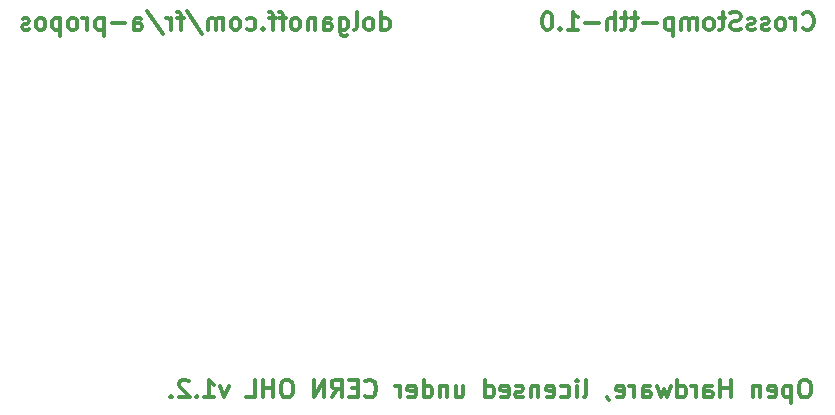
<source format=gbo>
%FSLAX46Y46*%
G04 Gerber Fmt 4.6, Leading zero omitted, Abs format (unit mm)*
G04 Created by KiCad (PCBNEW (2014-09-19 BZR 5142)-product) date 11/10/2014 22:22:43*
%MOMM*%
G01*
G04 APERTURE LIST*
%ADD10C,0.100000*%
%ADD11C,0.300000*%
%ADD12C,1.778000*%
%ADD13R,1.778000X1.778000*%
%ADD14R,2.032000X2.032000*%
%ADD15O,2.032000X2.032000*%
%ADD16R,2.235200X2.235200*%
%ADD17R,1.727200X2.032000*%
%ADD18O,1.727200X2.032000*%
%ADD19R,2.032000X1.727200*%
%ADD20O,2.032000X1.727200*%
%ADD21R,2.286000X1.778000*%
%ADD22O,2.286000X1.778000*%
%ADD23O,1.998980X2.999740*%
%ADD24O,2.999740X1.998980*%
G04 APERTURE END LIST*
D10*
D11*
X211535000Y-110303571D02*
X211249286Y-110303571D01*
X211106428Y-110375000D01*
X210963571Y-110517857D01*
X210892143Y-110803571D01*
X210892143Y-111303571D01*
X210963571Y-111589286D01*
X211106428Y-111732143D01*
X211249286Y-111803571D01*
X211535000Y-111803571D01*
X211677857Y-111732143D01*
X211820714Y-111589286D01*
X211892143Y-111303571D01*
X211892143Y-110803571D01*
X211820714Y-110517857D01*
X211677857Y-110375000D01*
X211535000Y-110303571D01*
X210249285Y-110803571D02*
X210249285Y-112303571D01*
X210249285Y-110875000D02*
X210106428Y-110803571D01*
X209820714Y-110803571D01*
X209677857Y-110875000D01*
X209606428Y-110946429D01*
X209534999Y-111089286D01*
X209534999Y-111517857D01*
X209606428Y-111660714D01*
X209677857Y-111732143D01*
X209820714Y-111803571D01*
X210106428Y-111803571D01*
X210249285Y-111732143D01*
X208320714Y-111732143D02*
X208463571Y-111803571D01*
X208749285Y-111803571D01*
X208892142Y-111732143D01*
X208963571Y-111589286D01*
X208963571Y-111017857D01*
X208892142Y-110875000D01*
X208749285Y-110803571D01*
X208463571Y-110803571D01*
X208320714Y-110875000D01*
X208249285Y-111017857D01*
X208249285Y-111160714D01*
X208963571Y-111303571D01*
X207606428Y-110803571D02*
X207606428Y-111803571D01*
X207606428Y-110946429D02*
X207535000Y-110875000D01*
X207392142Y-110803571D01*
X207177857Y-110803571D01*
X207035000Y-110875000D01*
X206963571Y-111017857D01*
X206963571Y-111803571D01*
X205106428Y-111803571D02*
X205106428Y-110303571D01*
X205106428Y-111017857D02*
X204249285Y-111017857D01*
X204249285Y-111803571D02*
X204249285Y-110303571D01*
X202892142Y-111803571D02*
X202892142Y-111017857D01*
X202963571Y-110875000D01*
X203106428Y-110803571D01*
X203392142Y-110803571D01*
X203534999Y-110875000D01*
X202892142Y-111732143D02*
X203034999Y-111803571D01*
X203392142Y-111803571D01*
X203534999Y-111732143D01*
X203606428Y-111589286D01*
X203606428Y-111446429D01*
X203534999Y-111303571D01*
X203392142Y-111232143D01*
X203034999Y-111232143D01*
X202892142Y-111160714D01*
X202177856Y-111803571D02*
X202177856Y-110803571D01*
X202177856Y-111089286D02*
X202106428Y-110946429D01*
X202034999Y-110875000D01*
X201892142Y-110803571D01*
X201749285Y-110803571D01*
X200606428Y-111803571D02*
X200606428Y-110303571D01*
X200606428Y-111732143D02*
X200749285Y-111803571D01*
X201034999Y-111803571D01*
X201177857Y-111732143D01*
X201249285Y-111660714D01*
X201320714Y-111517857D01*
X201320714Y-111089286D01*
X201249285Y-110946429D01*
X201177857Y-110875000D01*
X201034999Y-110803571D01*
X200749285Y-110803571D01*
X200606428Y-110875000D01*
X200034999Y-110803571D02*
X199749285Y-111803571D01*
X199463571Y-111089286D01*
X199177856Y-111803571D01*
X198892142Y-110803571D01*
X197677856Y-111803571D02*
X197677856Y-111017857D01*
X197749285Y-110875000D01*
X197892142Y-110803571D01*
X198177856Y-110803571D01*
X198320713Y-110875000D01*
X197677856Y-111732143D02*
X197820713Y-111803571D01*
X198177856Y-111803571D01*
X198320713Y-111732143D01*
X198392142Y-111589286D01*
X198392142Y-111446429D01*
X198320713Y-111303571D01*
X198177856Y-111232143D01*
X197820713Y-111232143D01*
X197677856Y-111160714D01*
X196963570Y-111803571D02*
X196963570Y-110803571D01*
X196963570Y-111089286D02*
X196892142Y-110946429D01*
X196820713Y-110875000D01*
X196677856Y-110803571D01*
X196534999Y-110803571D01*
X195463571Y-111732143D02*
X195606428Y-111803571D01*
X195892142Y-111803571D01*
X196034999Y-111732143D01*
X196106428Y-111589286D01*
X196106428Y-111017857D01*
X196034999Y-110875000D01*
X195892142Y-110803571D01*
X195606428Y-110803571D01*
X195463571Y-110875000D01*
X195392142Y-111017857D01*
X195392142Y-111160714D01*
X196106428Y-111303571D01*
X194677857Y-111732143D02*
X194677857Y-111803571D01*
X194749285Y-111946429D01*
X194820714Y-112017857D01*
X192677856Y-111803571D02*
X192820714Y-111732143D01*
X192892142Y-111589286D01*
X192892142Y-110303571D01*
X192106428Y-111803571D02*
X192106428Y-110803571D01*
X192106428Y-110303571D02*
X192177857Y-110375000D01*
X192106428Y-110446429D01*
X192035000Y-110375000D01*
X192106428Y-110303571D01*
X192106428Y-110446429D01*
X190749285Y-111732143D02*
X190892142Y-111803571D01*
X191177856Y-111803571D01*
X191320714Y-111732143D01*
X191392142Y-111660714D01*
X191463571Y-111517857D01*
X191463571Y-111089286D01*
X191392142Y-110946429D01*
X191320714Y-110875000D01*
X191177856Y-110803571D01*
X190892142Y-110803571D01*
X190749285Y-110875000D01*
X189535000Y-111732143D02*
X189677857Y-111803571D01*
X189963571Y-111803571D01*
X190106428Y-111732143D01*
X190177857Y-111589286D01*
X190177857Y-111017857D01*
X190106428Y-110875000D01*
X189963571Y-110803571D01*
X189677857Y-110803571D01*
X189535000Y-110875000D01*
X189463571Y-111017857D01*
X189463571Y-111160714D01*
X190177857Y-111303571D01*
X188820714Y-110803571D02*
X188820714Y-111803571D01*
X188820714Y-110946429D02*
X188749286Y-110875000D01*
X188606428Y-110803571D01*
X188392143Y-110803571D01*
X188249286Y-110875000D01*
X188177857Y-111017857D01*
X188177857Y-111803571D01*
X187535000Y-111732143D02*
X187392143Y-111803571D01*
X187106428Y-111803571D01*
X186963571Y-111732143D01*
X186892143Y-111589286D01*
X186892143Y-111517857D01*
X186963571Y-111375000D01*
X187106428Y-111303571D01*
X187320714Y-111303571D01*
X187463571Y-111232143D01*
X187535000Y-111089286D01*
X187535000Y-111017857D01*
X187463571Y-110875000D01*
X187320714Y-110803571D01*
X187106428Y-110803571D01*
X186963571Y-110875000D01*
X185677857Y-111732143D02*
X185820714Y-111803571D01*
X186106428Y-111803571D01*
X186249285Y-111732143D01*
X186320714Y-111589286D01*
X186320714Y-111017857D01*
X186249285Y-110875000D01*
X186106428Y-110803571D01*
X185820714Y-110803571D01*
X185677857Y-110875000D01*
X185606428Y-111017857D01*
X185606428Y-111160714D01*
X186320714Y-111303571D01*
X184320714Y-111803571D02*
X184320714Y-110303571D01*
X184320714Y-111732143D02*
X184463571Y-111803571D01*
X184749285Y-111803571D01*
X184892143Y-111732143D01*
X184963571Y-111660714D01*
X185035000Y-111517857D01*
X185035000Y-111089286D01*
X184963571Y-110946429D01*
X184892143Y-110875000D01*
X184749285Y-110803571D01*
X184463571Y-110803571D01*
X184320714Y-110875000D01*
X181820714Y-110803571D02*
X181820714Y-111803571D01*
X182463571Y-110803571D02*
X182463571Y-111589286D01*
X182392143Y-111732143D01*
X182249285Y-111803571D01*
X182035000Y-111803571D01*
X181892143Y-111732143D01*
X181820714Y-111660714D01*
X181106428Y-110803571D02*
X181106428Y-111803571D01*
X181106428Y-110946429D02*
X181035000Y-110875000D01*
X180892142Y-110803571D01*
X180677857Y-110803571D01*
X180535000Y-110875000D01*
X180463571Y-111017857D01*
X180463571Y-111803571D01*
X179106428Y-111803571D02*
X179106428Y-110303571D01*
X179106428Y-111732143D02*
X179249285Y-111803571D01*
X179534999Y-111803571D01*
X179677857Y-111732143D01*
X179749285Y-111660714D01*
X179820714Y-111517857D01*
X179820714Y-111089286D01*
X179749285Y-110946429D01*
X179677857Y-110875000D01*
X179534999Y-110803571D01*
X179249285Y-110803571D01*
X179106428Y-110875000D01*
X177820714Y-111732143D02*
X177963571Y-111803571D01*
X178249285Y-111803571D01*
X178392142Y-111732143D01*
X178463571Y-111589286D01*
X178463571Y-111017857D01*
X178392142Y-110875000D01*
X178249285Y-110803571D01*
X177963571Y-110803571D01*
X177820714Y-110875000D01*
X177749285Y-111017857D01*
X177749285Y-111160714D01*
X178463571Y-111303571D01*
X177106428Y-111803571D02*
X177106428Y-110803571D01*
X177106428Y-111089286D02*
X177035000Y-110946429D01*
X176963571Y-110875000D01*
X176820714Y-110803571D01*
X176677857Y-110803571D01*
X174177857Y-111660714D02*
X174249286Y-111732143D01*
X174463572Y-111803571D01*
X174606429Y-111803571D01*
X174820714Y-111732143D01*
X174963572Y-111589286D01*
X175035000Y-111446429D01*
X175106429Y-111160714D01*
X175106429Y-110946429D01*
X175035000Y-110660714D01*
X174963572Y-110517857D01*
X174820714Y-110375000D01*
X174606429Y-110303571D01*
X174463572Y-110303571D01*
X174249286Y-110375000D01*
X174177857Y-110446429D01*
X173535000Y-111017857D02*
X173035000Y-111017857D01*
X172820714Y-111803571D02*
X173535000Y-111803571D01*
X173535000Y-110303571D01*
X172820714Y-110303571D01*
X171320714Y-111803571D02*
X171820714Y-111089286D01*
X172177857Y-111803571D02*
X172177857Y-110303571D01*
X171606429Y-110303571D01*
X171463571Y-110375000D01*
X171392143Y-110446429D01*
X171320714Y-110589286D01*
X171320714Y-110803571D01*
X171392143Y-110946429D01*
X171463571Y-111017857D01*
X171606429Y-111089286D01*
X172177857Y-111089286D01*
X170677857Y-111803571D02*
X170677857Y-110303571D01*
X169820714Y-111803571D01*
X169820714Y-110303571D01*
X167677857Y-110303571D02*
X167392143Y-110303571D01*
X167249285Y-110375000D01*
X167106428Y-110517857D01*
X167035000Y-110803571D01*
X167035000Y-111303571D01*
X167106428Y-111589286D01*
X167249285Y-111732143D01*
X167392143Y-111803571D01*
X167677857Y-111803571D01*
X167820714Y-111732143D01*
X167963571Y-111589286D01*
X168035000Y-111303571D01*
X168035000Y-110803571D01*
X167963571Y-110517857D01*
X167820714Y-110375000D01*
X167677857Y-110303571D01*
X166392142Y-111803571D02*
X166392142Y-110303571D01*
X166392142Y-111017857D02*
X165534999Y-111017857D01*
X165534999Y-111803571D02*
X165534999Y-110303571D01*
X164106427Y-111803571D02*
X164820713Y-111803571D01*
X164820713Y-110303571D01*
X162606427Y-110803571D02*
X162249284Y-111803571D01*
X161892142Y-110803571D01*
X160534999Y-111803571D02*
X161392142Y-111803571D01*
X160963570Y-111803571D02*
X160963570Y-110303571D01*
X161106427Y-110517857D01*
X161249285Y-110660714D01*
X161392142Y-110732143D01*
X159892142Y-111660714D02*
X159820714Y-111732143D01*
X159892142Y-111803571D01*
X159963571Y-111732143D01*
X159892142Y-111660714D01*
X159892142Y-111803571D01*
X159249285Y-110446429D02*
X159177856Y-110375000D01*
X159034999Y-110303571D01*
X158677856Y-110303571D01*
X158534999Y-110375000D01*
X158463570Y-110446429D01*
X158392142Y-110589286D01*
X158392142Y-110732143D01*
X158463570Y-110946429D01*
X159320713Y-111803571D01*
X158392142Y-111803571D01*
X157749285Y-111660714D02*
X157677857Y-111732143D01*
X157749285Y-111803571D01*
X157820714Y-111732143D01*
X157749285Y-111660714D01*
X157749285Y-111803571D01*
X211231428Y-80545714D02*
X211302857Y-80617143D01*
X211517143Y-80688571D01*
X211660000Y-80688571D01*
X211874285Y-80617143D01*
X212017143Y-80474286D01*
X212088571Y-80331429D01*
X212160000Y-80045714D01*
X212160000Y-79831429D01*
X212088571Y-79545714D01*
X212017143Y-79402857D01*
X211874285Y-79260000D01*
X211660000Y-79188571D01*
X211517143Y-79188571D01*
X211302857Y-79260000D01*
X211231428Y-79331429D01*
X210588571Y-80688571D02*
X210588571Y-79688571D01*
X210588571Y-79974286D02*
X210517143Y-79831429D01*
X210445714Y-79760000D01*
X210302857Y-79688571D01*
X210160000Y-79688571D01*
X209445714Y-80688571D02*
X209588572Y-80617143D01*
X209660000Y-80545714D01*
X209731429Y-80402857D01*
X209731429Y-79974286D01*
X209660000Y-79831429D01*
X209588572Y-79760000D01*
X209445714Y-79688571D01*
X209231429Y-79688571D01*
X209088572Y-79760000D01*
X209017143Y-79831429D01*
X208945714Y-79974286D01*
X208945714Y-80402857D01*
X209017143Y-80545714D01*
X209088572Y-80617143D01*
X209231429Y-80688571D01*
X209445714Y-80688571D01*
X208374286Y-80617143D02*
X208231429Y-80688571D01*
X207945714Y-80688571D01*
X207802857Y-80617143D01*
X207731429Y-80474286D01*
X207731429Y-80402857D01*
X207802857Y-80260000D01*
X207945714Y-80188571D01*
X208160000Y-80188571D01*
X208302857Y-80117143D01*
X208374286Y-79974286D01*
X208374286Y-79902857D01*
X208302857Y-79760000D01*
X208160000Y-79688571D01*
X207945714Y-79688571D01*
X207802857Y-79760000D01*
X207160000Y-80617143D02*
X207017143Y-80688571D01*
X206731428Y-80688571D01*
X206588571Y-80617143D01*
X206517143Y-80474286D01*
X206517143Y-80402857D01*
X206588571Y-80260000D01*
X206731428Y-80188571D01*
X206945714Y-80188571D01*
X207088571Y-80117143D01*
X207160000Y-79974286D01*
X207160000Y-79902857D01*
X207088571Y-79760000D01*
X206945714Y-79688571D01*
X206731428Y-79688571D01*
X206588571Y-79760000D01*
X205945714Y-80617143D02*
X205731428Y-80688571D01*
X205374285Y-80688571D01*
X205231428Y-80617143D01*
X205159999Y-80545714D01*
X205088571Y-80402857D01*
X205088571Y-80260000D01*
X205159999Y-80117143D01*
X205231428Y-80045714D01*
X205374285Y-79974286D01*
X205659999Y-79902857D01*
X205802857Y-79831429D01*
X205874285Y-79760000D01*
X205945714Y-79617143D01*
X205945714Y-79474286D01*
X205874285Y-79331429D01*
X205802857Y-79260000D01*
X205659999Y-79188571D01*
X205302857Y-79188571D01*
X205088571Y-79260000D01*
X204660000Y-79688571D02*
X204088571Y-79688571D01*
X204445714Y-79188571D02*
X204445714Y-80474286D01*
X204374286Y-80617143D01*
X204231428Y-80688571D01*
X204088571Y-80688571D01*
X203374285Y-80688571D02*
X203517143Y-80617143D01*
X203588571Y-80545714D01*
X203660000Y-80402857D01*
X203660000Y-79974286D01*
X203588571Y-79831429D01*
X203517143Y-79760000D01*
X203374285Y-79688571D01*
X203160000Y-79688571D01*
X203017143Y-79760000D01*
X202945714Y-79831429D01*
X202874285Y-79974286D01*
X202874285Y-80402857D01*
X202945714Y-80545714D01*
X203017143Y-80617143D01*
X203160000Y-80688571D01*
X203374285Y-80688571D01*
X202231428Y-80688571D02*
X202231428Y-79688571D01*
X202231428Y-79831429D02*
X202160000Y-79760000D01*
X202017142Y-79688571D01*
X201802857Y-79688571D01*
X201660000Y-79760000D01*
X201588571Y-79902857D01*
X201588571Y-80688571D01*
X201588571Y-79902857D02*
X201517142Y-79760000D01*
X201374285Y-79688571D01*
X201160000Y-79688571D01*
X201017142Y-79760000D01*
X200945714Y-79902857D01*
X200945714Y-80688571D01*
X200231428Y-79688571D02*
X200231428Y-81188571D01*
X200231428Y-79760000D02*
X200088571Y-79688571D01*
X199802857Y-79688571D01*
X199660000Y-79760000D01*
X199588571Y-79831429D01*
X199517142Y-79974286D01*
X199517142Y-80402857D01*
X199588571Y-80545714D01*
X199660000Y-80617143D01*
X199802857Y-80688571D01*
X200088571Y-80688571D01*
X200231428Y-80617143D01*
X198874285Y-80117143D02*
X197731428Y-80117143D01*
X197231428Y-79688571D02*
X196659999Y-79688571D01*
X197017142Y-79188571D02*
X197017142Y-80474286D01*
X196945714Y-80617143D01*
X196802856Y-80688571D01*
X196659999Y-80688571D01*
X196374285Y-79688571D02*
X195802856Y-79688571D01*
X196159999Y-79188571D02*
X196159999Y-80474286D01*
X196088571Y-80617143D01*
X195945713Y-80688571D01*
X195802856Y-80688571D01*
X195302856Y-80688571D02*
X195302856Y-79188571D01*
X194659999Y-80688571D02*
X194659999Y-79902857D01*
X194731428Y-79760000D01*
X194874285Y-79688571D01*
X195088570Y-79688571D01*
X195231428Y-79760000D01*
X195302856Y-79831429D01*
X193945713Y-80117143D02*
X192802856Y-80117143D01*
X191302856Y-80688571D02*
X192159999Y-80688571D01*
X191731427Y-80688571D02*
X191731427Y-79188571D01*
X191874284Y-79402857D01*
X192017142Y-79545714D01*
X192159999Y-79617143D01*
X190659999Y-80545714D02*
X190588571Y-80617143D01*
X190659999Y-80688571D01*
X190731428Y-80617143D01*
X190659999Y-80545714D01*
X190659999Y-80688571D01*
X189659999Y-79188571D02*
X189517142Y-79188571D01*
X189374285Y-79260000D01*
X189302856Y-79331429D01*
X189231427Y-79474286D01*
X189159999Y-79760000D01*
X189159999Y-80117143D01*
X189231427Y-80402857D01*
X189302856Y-80545714D01*
X189374285Y-80617143D01*
X189517142Y-80688571D01*
X189659999Y-80688571D01*
X189802856Y-80617143D01*
X189874285Y-80545714D01*
X189945713Y-80402857D01*
X190017142Y-80117143D01*
X190017142Y-79760000D01*
X189945713Y-79474286D01*
X189874285Y-79331429D01*
X189802856Y-79260000D01*
X189659999Y-79188571D01*
X175512144Y-80688571D02*
X175512144Y-79188571D01*
X175512144Y-80617143D02*
X175655001Y-80688571D01*
X175940715Y-80688571D01*
X176083573Y-80617143D01*
X176155001Y-80545714D01*
X176226430Y-80402857D01*
X176226430Y-79974286D01*
X176155001Y-79831429D01*
X176083573Y-79760000D01*
X175940715Y-79688571D01*
X175655001Y-79688571D01*
X175512144Y-79760000D01*
X174583572Y-80688571D02*
X174726430Y-80617143D01*
X174797858Y-80545714D01*
X174869287Y-80402857D01*
X174869287Y-79974286D01*
X174797858Y-79831429D01*
X174726430Y-79760000D01*
X174583572Y-79688571D01*
X174369287Y-79688571D01*
X174226430Y-79760000D01*
X174155001Y-79831429D01*
X174083572Y-79974286D01*
X174083572Y-80402857D01*
X174155001Y-80545714D01*
X174226430Y-80617143D01*
X174369287Y-80688571D01*
X174583572Y-80688571D01*
X173226429Y-80688571D02*
X173369287Y-80617143D01*
X173440715Y-80474286D01*
X173440715Y-79188571D01*
X172012144Y-79688571D02*
X172012144Y-80902857D01*
X172083573Y-81045714D01*
X172155001Y-81117143D01*
X172297858Y-81188571D01*
X172512144Y-81188571D01*
X172655001Y-81117143D01*
X172012144Y-80617143D02*
X172155001Y-80688571D01*
X172440715Y-80688571D01*
X172583573Y-80617143D01*
X172655001Y-80545714D01*
X172726430Y-80402857D01*
X172726430Y-79974286D01*
X172655001Y-79831429D01*
X172583573Y-79760000D01*
X172440715Y-79688571D01*
X172155001Y-79688571D01*
X172012144Y-79760000D01*
X170655001Y-80688571D02*
X170655001Y-79902857D01*
X170726430Y-79760000D01*
X170869287Y-79688571D01*
X171155001Y-79688571D01*
X171297858Y-79760000D01*
X170655001Y-80617143D02*
X170797858Y-80688571D01*
X171155001Y-80688571D01*
X171297858Y-80617143D01*
X171369287Y-80474286D01*
X171369287Y-80331429D01*
X171297858Y-80188571D01*
X171155001Y-80117143D01*
X170797858Y-80117143D01*
X170655001Y-80045714D01*
X169940715Y-79688571D02*
X169940715Y-80688571D01*
X169940715Y-79831429D02*
X169869287Y-79760000D01*
X169726429Y-79688571D01*
X169512144Y-79688571D01*
X169369287Y-79760000D01*
X169297858Y-79902857D01*
X169297858Y-80688571D01*
X168369286Y-80688571D02*
X168512144Y-80617143D01*
X168583572Y-80545714D01*
X168655001Y-80402857D01*
X168655001Y-79974286D01*
X168583572Y-79831429D01*
X168512144Y-79760000D01*
X168369286Y-79688571D01*
X168155001Y-79688571D01*
X168012144Y-79760000D01*
X167940715Y-79831429D01*
X167869286Y-79974286D01*
X167869286Y-80402857D01*
X167940715Y-80545714D01*
X168012144Y-80617143D01*
X168155001Y-80688571D01*
X168369286Y-80688571D01*
X167440715Y-79688571D02*
X166869286Y-79688571D01*
X167226429Y-80688571D02*
X167226429Y-79402857D01*
X167155001Y-79260000D01*
X167012143Y-79188571D01*
X166869286Y-79188571D01*
X166583572Y-79688571D02*
X166012143Y-79688571D01*
X166369286Y-80688571D02*
X166369286Y-79402857D01*
X166297858Y-79260000D01*
X166155000Y-79188571D01*
X166012143Y-79188571D01*
X165512143Y-80545714D02*
X165440715Y-80617143D01*
X165512143Y-80688571D01*
X165583572Y-80617143D01*
X165512143Y-80545714D01*
X165512143Y-80688571D01*
X164155000Y-80617143D02*
X164297857Y-80688571D01*
X164583571Y-80688571D01*
X164726429Y-80617143D01*
X164797857Y-80545714D01*
X164869286Y-80402857D01*
X164869286Y-79974286D01*
X164797857Y-79831429D01*
X164726429Y-79760000D01*
X164583571Y-79688571D01*
X164297857Y-79688571D01*
X164155000Y-79760000D01*
X163297857Y-80688571D02*
X163440715Y-80617143D01*
X163512143Y-80545714D01*
X163583572Y-80402857D01*
X163583572Y-79974286D01*
X163512143Y-79831429D01*
X163440715Y-79760000D01*
X163297857Y-79688571D01*
X163083572Y-79688571D01*
X162940715Y-79760000D01*
X162869286Y-79831429D01*
X162797857Y-79974286D01*
X162797857Y-80402857D01*
X162869286Y-80545714D01*
X162940715Y-80617143D01*
X163083572Y-80688571D01*
X163297857Y-80688571D01*
X162155000Y-80688571D02*
X162155000Y-79688571D01*
X162155000Y-79831429D02*
X162083572Y-79760000D01*
X161940714Y-79688571D01*
X161726429Y-79688571D01*
X161583572Y-79760000D01*
X161512143Y-79902857D01*
X161512143Y-80688571D01*
X161512143Y-79902857D02*
X161440714Y-79760000D01*
X161297857Y-79688571D01*
X161083572Y-79688571D01*
X160940714Y-79760000D01*
X160869286Y-79902857D01*
X160869286Y-80688571D01*
X159083572Y-79117143D02*
X160369286Y-81045714D01*
X158797857Y-79688571D02*
X158226428Y-79688571D01*
X158583571Y-80688571D02*
X158583571Y-79402857D01*
X158512143Y-79260000D01*
X158369285Y-79188571D01*
X158226428Y-79188571D01*
X157726428Y-80688571D02*
X157726428Y-79688571D01*
X157726428Y-79974286D02*
X157655000Y-79831429D01*
X157583571Y-79760000D01*
X157440714Y-79688571D01*
X157297857Y-79688571D01*
X155726429Y-79117143D02*
X157012143Y-81045714D01*
X154583571Y-80688571D02*
X154583571Y-79902857D01*
X154655000Y-79760000D01*
X154797857Y-79688571D01*
X155083571Y-79688571D01*
X155226428Y-79760000D01*
X154583571Y-80617143D02*
X154726428Y-80688571D01*
X155083571Y-80688571D01*
X155226428Y-80617143D01*
X155297857Y-80474286D01*
X155297857Y-80331429D01*
X155226428Y-80188571D01*
X155083571Y-80117143D01*
X154726428Y-80117143D01*
X154583571Y-80045714D01*
X153869285Y-80117143D02*
X152726428Y-80117143D01*
X152012142Y-79688571D02*
X152012142Y-81188571D01*
X152012142Y-79760000D02*
X151869285Y-79688571D01*
X151583571Y-79688571D01*
X151440714Y-79760000D01*
X151369285Y-79831429D01*
X151297856Y-79974286D01*
X151297856Y-80402857D01*
X151369285Y-80545714D01*
X151440714Y-80617143D01*
X151583571Y-80688571D01*
X151869285Y-80688571D01*
X152012142Y-80617143D01*
X150654999Y-80688571D02*
X150654999Y-79688571D01*
X150654999Y-79974286D02*
X150583571Y-79831429D01*
X150512142Y-79760000D01*
X150369285Y-79688571D01*
X150226428Y-79688571D01*
X149512142Y-80688571D02*
X149655000Y-80617143D01*
X149726428Y-80545714D01*
X149797857Y-80402857D01*
X149797857Y-79974286D01*
X149726428Y-79831429D01*
X149655000Y-79760000D01*
X149512142Y-79688571D01*
X149297857Y-79688571D01*
X149155000Y-79760000D01*
X149083571Y-79831429D01*
X149012142Y-79974286D01*
X149012142Y-80402857D01*
X149083571Y-80545714D01*
X149155000Y-80617143D01*
X149297857Y-80688571D01*
X149512142Y-80688571D01*
X148369285Y-79688571D02*
X148369285Y-81188571D01*
X148369285Y-79760000D02*
X148226428Y-79688571D01*
X147940714Y-79688571D01*
X147797857Y-79760000D01*
X147726428Y-79831429D01*
X147654999Y-79974286D01*
X147654999Y-80402857D01*
X147726428Y-80545714D01*
X147797857Y-80617143D01*
X147940714Y-80688571D01*
X148226428Y-80688571D01*
X148369285Y-80617143D01*
X146797856Y-80688571D02*
X146940714Y-80617143D01*
X147012142Y-80545714D01*
X147083571Y-80402857D01*
X147083571Y-79974286D01*
X147012142Y-79831429D01*
X146940714Y-79760000D01*
X146797856Y-79688571D01*
X146583571Y-79688571D01*
X146440714Y-79760000D01*
X146369285Y-79831429D01*
X146297856Y-79974286D01*
X146297856Y-80402857D01*
X146369285Y-80545714D01*
X146440714Y-80617143D01*
X146583571Y-80688571D01*
X146797856Y-80688571D01*
X145726428Y-80617143D02*
X145583571Y-80688571D01*
X145297856Y-80688571D01*
X145154999Y-80617143D01*
X145083571Y-80474286D01*
X145083571Y-80402857D01*
X145154999Y-80260000D01*
X145297856Y-80188571D01*
X145512142Y-80188571D01*
X145654999Y-80117143D01*
X145726428Y-79974286D01*
X145726428Y-79902857D01*
X145654999Y-79760000D01*
X145512142Y-79688571D01*
X145297856Y-79688571D01*
X145154999Y-79760000D01*
%LPC*%
D12*
X144145000Y-93980000D03*
X144145000Y-99060000D03*
X200025000Y-102870000D03*
D13*
X202565000Y-102870000D03*
D12*
X198120000Y-106045000D03*
D13*
X198120000Y-108585000D03*
D12*
X167640000Y-88900000D03*
X167640000Y-93980000D03*
X172720000Y-102235000D03*
X177800000Y-102235000D03*
X199390000Y-83185000D03*
D13*
X201930000Y-83185000D03*
D12*
X204470000Y-90170000D03*
D13*
X204470000Y-92710000D03*
D12*
X204470000Y-99060000D03*
D13*
X204470000Y-96520000D03*
D14*
X144145000Y-106045000D03*
D15*
X144145000Y-103505000D03*
D14*
X213360000Y-105410000D03*
D15*
X213360000Y-107950000D03*
D16*
X213360000Y-85725000D03*
X213360000Y-93345000D03*
X213360000Y-100965000D03*
D12*
X147955000Y-100330000D03*
X155575000Y-100330000D03*
X144145000Y-90805000D03*
X144145000Y-83185000D03*
X159385000Y-103505000D03*
X167005000Y-103505000D03*
X163830000Y-88900000D03*
X163830000Y-96520000D03*
X160655000Y-96520000D03*
X160655000Y-88900000D03*
X159385000Y-99695000D03*
X167005000Y-99695000D03*
X160020000Y-83185000D03*
X167640000Y-83185000D03*
X171450000Y-86995000D03*
X179070000Y-86995000D03*
X187325000Y-107950000D03*
X194945000Y-107950000D03*
X200660000Y-97790000D03*
X200660000Y-90170000D03*
X194945000Y-101600000D03*
X187325000Y-101600000D03*
X193040000Y-86995000D03*
X185420000Y-86995000D03*
X183515000Y-107950000D03*
X183515000Y-100330000D03*
X183515000Y-97790000D03*
X183515000Y-90170000D03*
X196215000Y-83185000D03*
X188595000Y-83185000D03*
X204470000Y-86995000D03*
X196850000Y-86995000D03*
X194945000Y-104775000D03*
X187325000Y-104775000D03*
D17*
X150495000Y-83185000D03*
D18*
X153035000Y-83185000D03*
X155575000Y-83185000D03*
D17*
X149225000Y-107950000D03*
D18*
X151765000Y-107950000D03*
X154305000Y-107950000D03*
D17*
X172085000Y-83185000D03*
D18*
X174625000Y-83185000D03*
X177165000Y-83185000D03*
D17*
X179705000Y-83185000D03*
D18*
X182245000Y-83185000D03*
X184785000Y-83185000D03*
D19*
X208915000Y-88265000D03*
D20*
X208915000Y-85725000D03*
X208915000Y-83185000D03*
D19*
X208915000Y-95885000D03*
D20*
X208915000Y-93345000D03*
X208915000Y-90805000D03*
D19*
X208915000Y-103505000D03*
D20*
X208915000Y-100965000D03*
X208915000Y-98425000D03*
D17*
X159385000Y-107950000D03*
D18*
X161925000Y-107950000D03*
X164465000Y-107950000D03*
D17*
X167005000Y-107950000D03*
D18*
X169545000Y-107950000D03*
X172085000Y-107950000D03*
D17*
X174625000Y-107950000D03*
D18*
X177165000Y-107950000D03*
X179705000Y-107950000D03*
D21*
X147955000Y-88265000D03*
D22*
X147955000Y-90805000D03*
X147955000Y-93345000D03*
X147955000Y-95885000D03*
X155575000Y-95885000D03*
X155575000Y-93345000D03*
X155575000Y-90805000D03*
X155575000Y-88265000D03*
D21*
X171450000Y-90170000D03*
D22*
X171450000Y-92710000D03*
X171450000Y-95250000D03*
X171450000Y-97790000D03*
X179070000Y-97790000D03*
X179070000Y-95250000D03*
X179070000Y-92710000D03*
X179070000Y-90170000D03*
D21*
X189230000Y-90170000D03*
D22*
X189230000Y-92710000D03*
X189230000Y-95250000D03*
X189230000Y-97790000D03*
X196850000Y-97790000D03*
X196850000Y-95250000D03*
X196850000Y-92710000D03*
X196850000Y-90170000D03*
D23*
X205105000Y-105410000D03*
D24*
X202565000Y-107950000D03*
X207645000Y-107950000D03*
M02*

</source>
